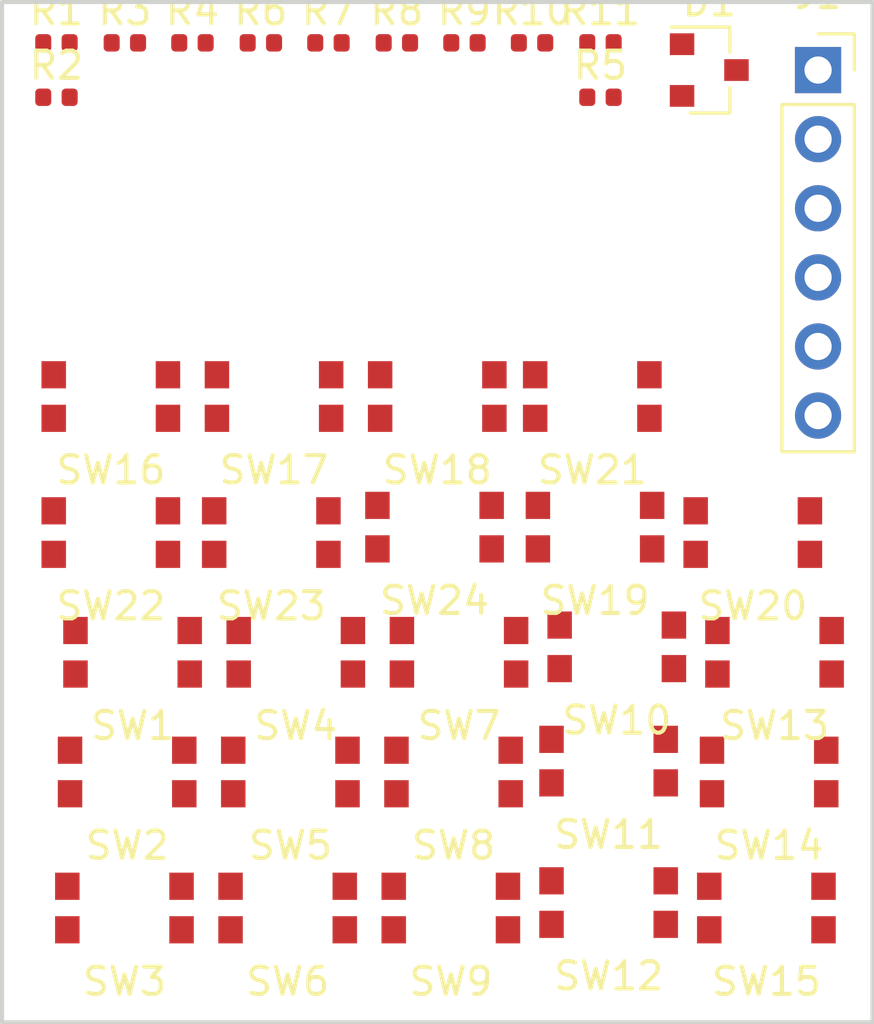
<source format=kicad_pcb>
(kicad_pcb (version 20171130) (host pcbnew 5.0.1)

  (general
    (thickness 1.6)
    (drawings 4)
    (tracks 0)
    (zones 0)
    (modules 37)
    (nets 17)
  )

  (page A4)
  (title_block
    (title "graphing calculator watch front panel (keypad)")
    (date 2019-02-10)
    (rev v0.1)
    (company madscientist.ninja)
    (comment 3 "All Rights Reserved")
    (comment 4 "Author: Vincent Banek")
  )

  (layers
    (0 F.Cu signal)
    (31 B.Cu signal)
    (32 B.Adhes user)
    (33 F.Adhes user)
    (34 B.Paste user)
    (35 F.Paste user)
    (36 B.SilkS user)
    (37 F.SilkS user hide)
    (38 B.Mask user)
    (39 F.Mask user)
    (40 Dwgs.User user)
    (41 Cmts.User user)
    (42 Eco1.User user)
    (43 Eco2.User user)
    (44 Edge.Cuts user)
    (45 Margin user)
    (46 B.CrtYd user)
    (47 F.CrtYd user)
    (48 B.Fab user)
    (49 F.Fab user hide)
  )

  (setup
    (last_trace_width 0.25)
    (trace_clearance 0.2)
    (zone_clearance 0.508)
    (zone_45_only no)
    (trace_min 0.2)
    (segment_width 0.2)
    (edge_width 0.15)
    (via_size 0.8)
    (via_drill 0.4)
    (via_min_size 0.4)
    (via_min_drill 0.3)
    (uvia_size 0.3)
    (uvia_drill 0.1)
    (uvias_allowed no)
    (uvia_min_size 0.2)
    (uvia_min_drill 0.1)
    (pcb_text_width 0.3)
    (pcb_text_size 1.5 1.5)
    (mod_edge_width 0.15)
    (mod_text_size 1 1)
    (mod_text_width 0.15)
    (pad_size 1.524 1.524)
    (pad_drill 0.762)
    (pad_to_mask_clearance 0.051)
    (solder_mask_min_width 0.25)
    (aux_axis_origin 0 0)
    (visible_elements FFFFFF7F)
    (pcbplotparams
      (layerselection 0x010fc_ffffffff)
      (usegerberextensions false)
      (usegerberattributes false)
      (usegerberadvancedattributes false)
      (creategerberjobfile false)
      (excludeedgelayer true)
      (linewidth 0.100000)
      (plotframeref false)
      (viasonmask false)
      (mode 1)
      (useauxorigin false)
      (hpglpennumber 1)
      (hpglpenspeed 20)
      (hpglpendiameter 15.000000)
      (psnegative false)
      (psa4output false)
      (plotreference true)
      (plotvalue true)
      (plotinvisibletext false)
      (padsonsilk false)
      (subtractmaskfromsilk false)
      (outputformat 1)
      (mirror false)
      (drillshape 1)
      (scaleselection 1)
      (outputdirectory ""))
  )

  (net 0 "")
  (net 1 "Net-(D1-Pad1)")
  (net 2 "Net-(D1-Pad2)")
  (net 3 GND)
  (net 4 "Net-(J1-Pad1)")
  (net 5 "Net-(J1-Pad2)")
  (net 6 "Net-(J1-Pad3)")
  (net 7 "Net-(J1-Pad4)")
  (net 8 "Net-(J1-Pad5)")
  (net 9 "Net-(R1-Pad2)")
  (net 10 "Net-(R3-Pad2)")
  (net 11 "Net-(R4-Pad2)")
  (net 12 "Net-(R6-Pad2)")
  (net 13 "Net-(R7-Pad2)")
  (net 14 "Net-(R8-Pad2)")
  (net 15 "Net-(R10-Pad1)")
  (net 16 "Net-(R10-Pad2)")

  (net_class Default "This is the default net class."
    (clearance 0.2)
    (trace_width 0.25)
    (via_dia 0.8)
    (via_drill 0.4)
    (uvia_dia 0.3)
    (uvia_drill 0.1)
    (add_net GND)
    (add_net "Net-(D1-Pad1)")
    (add_net "Net-(D1-Pad2)")
    (add_net "Net-(J1-Pad1)")
    (add_net "Net-(J1-Pad2)")
    (add_net "Net-(J1-Pad3)")
    (add_net "Net-(J1-Pad4)")
    (add_net "Net-(J1-Pad5)")
    (add_net "Net-(R1-Pad2)")
    (add_net "Net-(R10-Pad1)")
    (add_net "Net-(R10-Pad2)")
    (add_net "Net-(R3-Pad2)")
    (add_net "Net-(R4-Pad2)")
    (add_net "Net-(R6-Pad2)")
    (add_net "Net-(R7-Pad2)")
    (add_net "Net-(R8-Pad2)")
  )

  (module Package_TO_SOT_SMD:SOT-23 (layer F.Cu) (tedit 5A02FF57) (tstamp 5C6C63B3)
    (at 179 72)
    (descr "SOT-23, Standard")
    (tags SOT-23)
    (path /5C5BFD6F)
    (attr smd)
    (fp_text reference D1 (at 0 -2.5) (layer F.SilkS)
      (effects (font (size 1 1) (thickness 0.15)))
    )
    (fp_text value BAS70-05 (at 0 2.5) (layer F.Fab)
      (effects (font (size 1 1) (thickness 0.15)))
    )
    (fp_text user %R (at 0 0 90) (layer F.Fab)
      (effects (font (size 0.5 0.5) (thickness 0.075)))
    )
    (fp_line (start -0.7 -0.95) (end -0.7 1.5) (layer F.Fab) (width 0.1))
    (fp_line (start -0.15 -1.52) (end 0.7 -1.52) (layer F.Fab) (width 0.1))
    (fp_line (start -0.7 -0.95) (end -0.15 -1.52) (layer F.Fab) (width 0.1))
    (fp_line (start 0.7 -1.52) (end 0.7 1.52) (layer F.Fab) (width 0.1))
    (fp_line (start -0.7 1.52) (end 0.7 1.52) (layer F.Fab) (width 0.1))
    (fp_line (start 0.76 1.58) (end 0.76 0.65) (layer F.SilkS) (width 0.12))
    (fp_line (start 0.76 -1.58) (end 0.76 -0.65) (layer F.SilkS) (width 0.12))
    (fp_line (start -1.7 -1.75) (end 1.7 -1.75) (layer F.CrtYd) (width 0.05))
    (fp_line (start 1.7 -1.75) (end 1.7 1.75) (layer F.CrtYd) (width 0.05))
    (fp_line (start 1.7 1.75) (end -1.7 1.75) (layer F.CrtYd) (width 0.05))
    (fp_line (start -1.7 1.75) (end -1.7 -1.75) (layer F.CrtYd) (width 0.05))
    (fp_line (start 0.76 -1.58) (end -1.4 -1.58) (layer F.SilkS) (width 0.12))
    (fp_line (start 0.76 1.58) (end -0.7 1.58) (layer F.SilkS) (width 0.12))
    (pad 1 smd rect (at -1 -0.95) (size 0.9 0.8) (layers F.Cu F.Paste F.Mask)
      (net 1 "Net-(D1-Pad1)"))
    (pad 2 smd rect (at -1 0.95) (size 0.9 0.8) (layers F.Cu F.Paste F.Mask)
      (net 2 "Net-(D1-Pad2)"))
    (pad 3 smd rect (at 1 0) (size 0.9 0.8) (layers F.Cu F.Paste F.Mask)
      (net 3 GND))
    (model ${KISYS3DMOD}/Package_TO_SOT_SMD.3dshapes/SOT-23.wrl
      (at (xyz 0 0 0))
      (scale (xyz 1 1 1))
      (rotate (xyz 0 0 0))
    )
  )

  (module Connector_PinSocket_2.54mm:PinSocket_1x06_P2.54mm_Vertical (layer F.Cu) (tedit 5A19A430) (tstamp 5C6C63CD)
    (at 183 72)
    (descr "Through hole straight socket strip, 1x06, 2.54mm pitch, single row (from Kicad 4.0.7), script generated")
    (tags "Through hole socket strip THT 1x06 2.54mm single row")
    (path /5C65E964)
    (fp_text reference J1 (at 0 -2.77) (layer F.SilkS)
      (effects (font (size 1 1) (thickness 0.15)))
    )
    (fp_text value Conn_01x06_Female (at 0 15.47) (layer F.Fab)
      (effects (font (size 1 1) (thickness 0.15)))
    )
    (fp_line (start -1.27 -1.27) (end 0.635 -1.27) (layer F.Fab) (width 0.1))
    (fp_line (start 0.635 -1.27) (end 1.27 -0.635) (layer F.Fab) (width 0.1))
    (fp_line (start 1.27 -0.635) (end 1.27 13.97) (layer F.Fab) (width 0.1))
    (fp_line (start 1.27 13.97) (end -1.27 13.97) (layer F.Fab) (width 0.1))
    (fp_line (start -1.27 13.97) (end -1.27 -1.27) (layer F.Fab) (width 0.1))
    (fp_line (start -1.33 1.27) (end 1.33 1.27) (layer F.SilkS) (width 0.12))
    (fp_line (start -1.33 1.27) (end -1.33 14.03) (layer F.SilkS) (width 0.12))
    (fp_line (start -1.33 14.03) (end 1.33 14.03) (layer F.SilkS) (width 0.12))
    (fp_line (start 1.33 1.27) (end 1.33 14.03) (layer F.SilkS) (width 0.12))
    (fp_line (start 1.33 -1.33) (end 1.33 0) (layer F.SilkS) (width 0.12))
    (fp_line (start 0 -1.33) (end 1.33 -1.33) (layer F.SilkS) (width 0.12))
    (fp_line (start -1.8 -1.8) (end 1.75 -1.8) (layer F.CrtYd) (width 0.05))
    (fp_line (start 1.75 -1.8) (end 1.75 14.45) (layer F.CrtYd) (width 0.05))
    (fp_line (start 1.75 14.45) (end -1.8 14.45) (layer F.CrtYd) (width 0.05))
    (fp_line (start -1.8 14.45) (end -1.8 -1.8) (layer F.CrtYd) (width 0.05))
    (fp_text user %R (at 0 6.35 90) (layer F.Fab)
      (effects (font (size 1 1) (thickness 0.15)))
    )
    (pad 1 thru_hole rect (at 0 0) (size 1.7 1.7) (drill 1) (layers *.Cu *.Mask)
      (net 4 "Net-(J1-Pad1)"))
    (pad 2 thru_hole oval (at 0 2.54) (size 1.7 1.7) (drill 1) (layers *.Cu *.Mask)
      (net 5 "Net-(J1-Pad2)"))
    (pad 3 thru_hole oval (at 0 5.08) (size 1.7 1.7) (drill 1) (layers *.Cu *.Mask)
      (net 6 "Net-(J1-Pad3)"))
    (pad 4 thru_hole oval (at 0 7.62) (size 1.7 1.7) (drill 1) (layers *.Cu *.Mask)
      (net 7 "Net-(J1-Pad4)"))
    (pad 5 thru_hole oval (at 0 10.16) (size 1.7 1.7) (drill 1) (layers *.Cu *.Mask)
      (net 8 "Net-(J1-Pad5)"))
    (pad 6 thru_hole oval (at 0 12.7) (size 1.7 1.7) (drill 1) (layers *.Cu *.Mask)
      (net 3 GND))
    (model ${KISYS3DMOD}/Connector_PinSocket_2.54mm.3dshapes/PinSocket_1x06_P2.54mm_Vertical.wrl
      (at (xyz 0 0 0))
      (scale (xyz 1 1 1))
      (rotate (xyz 0 0 0))
    )
  )

  (module Resistor_SMD:R_0402_1005Metric (layer F.Cu) (tedit 5B301BBD) (tstamp 5C6C63DC)
    (at 155 71)
    (descr "Resistor SMD 0402 (1005 Metric), square (rectangular) end terminal, IPC_7351 nominal, (Body size source: http://www.tortai-tech.com/upload/download/2011102023233369053.pdf), generated with kicad-footprint-generator")
    (tags resistor)
    (path /5C5BED21)
    (attr smd)
    (fp_text reference R1 (at 0 -1.17) (layer F.SilkS)
      (effects (font (size 1 1) (thickness 0.15)))
    )
    (fp_text value 100 (at 0 1.17) (layer F.Fab)
      (effects (font (size 1 1) (thickness 0.15)))
    )
    (fp_line (start -0.5 0.25) (end -0.5 -0.25) (layer F.Fab) (width 0.1))
    (fp_line (start -0.5 -0.25) (end 0.5 -0.25) (layer F.Fab) (width 0.1))
    (fp_line (start 0.5 -0.25) (end 0.5 0.25) (layer F.Fab) (width 0.1))
    (fp_line (start 0.5 0.25) (end -0.5 0.25) (layer F.Fab) (width 0.1))
    (fp_line (start -0.93 0.47) (end -0.93 -0.47) (layer F.CrtYd) (width 0.05))
    (fp_line (start -0.93 -0.47) (end 0.93 -0.47) (layer F.CrtYd) (width 0.05))
    (fp_line (start 0.93 -0.47) (end 0.93 0.47) (layer F.CrtYd) (width 0.05))
    (fp_line (start 0.93 0.47) (end -0.93 0.47) (layer F.CrtYd) (width 0.05))
    (fp_text user %R (at 0 0) (layer F.Fab)
      (effects (font (size 0.25 0.25) (thickness 0.04)))
    )
    (pad 1 smd roundrect (at -0.485 0) (size 0.59 0.64) (layers F.Cu F.Paste F.Mask) (roundrect_rratio 0.25)
      (net 8 "Net-(J1-Pad5)"))
    (pad 2 smd roundrect (at 0.485 0) (size 0.59 0.64) (layers F.Cu F.Paste F.Mask) (roundrect_rratio 0.25)
      (net 9 "Net-(R1-Pad2)"))
    (model ${KISYS3DMOD}/Resistor_SMD.3dshapes/R_0402_1005Metric.wrl
      (at (xyz 0 0 0))
      (scale (xyz 1 1 1))
      (rotate (xyz 0 0 0))
    )
  )

  (module Resistor_SMD:R_0402_1005Metric (layer F.Cu) (tedit 5B301BBD) (tstamp 5C6C63EB)
    (at 155 73)
    (descr "Resistor SMD 0402 (1005 Metric), square (rectangular) end terminal, IPC_7351 nominal, (Body size source: http://www.tortai-tech.com/upload/download/2011102023233369053.pdf), generated with kicad-footprint-generator")
    (tags resistor)
    (path /5C5BECEF)
    (attr smd)
    (fp_text reference R2 (at 0 -1.17) (layer F.SilkS)
      (effects (font (size 1 1) (thickness 0.15)))
    )
    (fp_text value 100 (at 0 1.17) (layer F.Fab)
      (effects (font (size 1 1) (thickness 0.15)))
    )
    (fp_line (start -0.5 0.25) (end -0.5 -0.25) (layer F.Fab) (width 0.1))
    (fp_line (start -0.5 -0.25) (end 0.5 -0.25) (layer F.Fab) (width 0.1))
    (fp_line (start 0.5 -0.25) (end 0.5 0.25) (layer F.Fab) (width 0.1))
    (fp_line (start 0.5 0.25) (end -0.5 0.25) (layer F.Fab) (width 0.1))
    (fp_line (start -0.93 0.47) (end -0.93 -0.47) (layer F.CrtYd) (width 0.05))
    (fp_line (start -0.93 -0.47) (end 0.93 -0.47) (layer F.CrtYd) (width 0.05))
    (fp_line (start 0.93 -0.47) (end 0.93 0.47) (layer F.CrtYd) (width 0.05))
    (fp_line (start 0.93 0.47) (end -0.93 0.47) (layer F.CrtYd) (width 0.05))
    (fp_text user %R (at 0 0) (layer F.Fab)
      (effects (font (size 0.25 0.25) (thickness 0.04)))
    )
    (pad 1 smd roundrect (at -0.485 0) (size 0.59 0.64) (layers F.Cu F.Paste F.Mask) (roundrect_rratio 0.25)
      (net 8 "Net-(J1-Pad5)"))
    (pad 2 smd roundrect (at 0.485 0) (size 0.59 0.64) (layers F.Cu F.Paste F.Mask) (roundrect_rratio 0.25)
      (net 1 "Net-(D1-Pad1)"))
    (model ${KISYS3DMOD}/Resistor_SMD.3dshapes/R_0402_1005Metric.wrl
      (at (xyz 0 0 0))
      (scale (xyz 1 1 1))
      (rotate (xyz 0 0 0))
    )
  )

  (module Resistor_SMD:R_0402_1005Metric (layer F.Cu) (tedit 5B301BBD) (tstamp 5C6C63FA)
    (at 157.515 71)
    (descr "Resistor SMD 0402 (1005 Metric), square (rectangular) end terminal, IPC_7351 nominal, (Body size source: http://www.tortai-tech.com/upload/download/2011102023233369053.pdf), generated with kicad-footprint-generator")
    (tags resistor)
    (path /5C5BED66)
    (attr smd)
    (fp_text reference R3 (at 0 -1.17) (layer F.SilkS)
      (effects (font (size 1 1) (thickness 0.15)))
    )
    (fp_text value 100 (at 0 1.17) (layer F.Fab)
      (effects (font (size 1 1) (thickness 0.15)))
    )
    (fp_text user %R (at 0 0) (layer F.Fab)
      (effects (font (size 0.25 0.25) (thickness 0.04)))
    )
    (fp_line (start 0.93 0.47) (end -0.93 0.47) (layer F.CrtYd) (width 0.05))
    (fp_line (start 0.93 -0.47) (end 0.93 0.47) (layer F.CrtYd) (width 0.05))
    (fp_line (start -0.93 -0.47) (end 0.93 -0.47) (layer F.CrtYd) (width 0.05))
    (fp_line (start -0.93 0.47) (end -0.93 -0.47) (layer F.CrtYd) (width 0.05))
    (fp_line (start 0.5 0.25) (end -0.5 0.25) (layer F.Fab) (width 0.1))
    (fp_line (start 0.5 -0.25) (end 0.5 0.25) (layer F.Fab) (width 0.1))
    (fp_line (start -0.5 -0.25) (end 0.5 -0.25) (layer F.Fab) (width 0.1))
    (fp_line (start -0.5 0.25) (end -0.5 -0.25) (layer F.Fab) (width 0.1))
    (pad 2 smd roundrect (at 0.485 0) (size 0.59 0.64) (layers F.Cu F.Paste F.Mask) (roundrect_rratio 0.25)
      (net 10 "Net-(R3-Pad2)"))
    (pad 1 smd roundrect (at -0.485 0) (size 0.59 0.64) (layers F.Cu F.Paste F.Mask) (roundrect_rratio 0.25)
      (net 9 "Net-(R1-Pad2)"))
    (model ${KISYS3DMOD}/Resistor_SMD.3dshapes/R_0402_1005Metric.wrl
      (at (xyz 0 0 0))
      (scale (xyz 1 1 1))
      (rotate (xyz 0 0 0))
    )
  )

  (module Resistor_SMD:R_0402_1005Metric (layer F.Cu) (tedit 5B301BBD) (tstamp 5C6C6409)
    (at 160 71)
    (descr "Resistor SMD 0402 (1005 Metric), square (rectangular) end terminal, IPC_7351 nominal, (Body size source: http://www.tortai-tech.com/upload/download/2011102023233369053.pdf), generated with kicad-footprint-generator")
    (tags resistor)
    (path /5C5BED4D)
    (attr smd)
    (fp_text reference R4 (at 0 -1.17) (layer F.SilkS)
      (effects (font (size 1 1) (thickness 0.15)))
    )
    (fp_text value 100 (at 0 1.17) (layer F.Fab)
      (effects (font (size 1 1) (thickness 0.15)))
    )
    (fp_line (start -0.5 0.25) (end -0.5 -0.25) (layer F.Fab) (width 0.1))
    (fp_line (start -0.5 -0.25) (end 0.5 -0.25) (layer F.Fab) (width 0.1))
    (fp_line (start 0.5 -0.25) (end 0.5 0.25) (layer F.Fab) (width 0.1))
    (fp_line (start 0.5 0.25) (end -0.5 0.25) (layer F.Fab) (width 0.1))
    (fp_line (start -0.93 0.47) (end -0.93 -0.47) (layer F.CrtYd) (width 0.05))
    (fp_line (start -0.93 -0.47) (end 0.93 -0.47) (layer F.CrtYd) (width 0.05))
    (fp_line (start 0.93 -0.47) (end 0.93 0.47) (layer F.CrtYd) (width 0.05))
    (fp_line (start 0.93 0.47) (end -0.93 0.47) (layer F.CrtYd) (width 0.05))
    (fp_text user %R (at 0 0) (layer F.Fab)
      (effects (font (size 0.25 0.25) (thickness 0.04)))
    )
    (pad 1 smd roundrect (at -0.485 0) (size 0.59 0.64) (layers F.Cu F.Paste F.Mask) (roundrect_rratio 0.25)
      (net 10 "Net-(R3-Pad2)"))
    (pad 2 smd roundrect (at 0.485 0) (size 0.59 0.64) (layers F.Cu F.Paste F.Mask) (roundrect_rratio 0.25)
      (net 11 "Net-(R4-Pad2)"))
    (model ${KISYS3DMOD}/Resistor_SMD.3dshapes/R_0402_1005Metric.wrl
      (at (xyz 0 0 0))
      (scale (xyz 1 1 1))
      (rotate (xyz 0 0 0))
    )
  )

  (module Resistor_SMD:R_0402_1005Metric (layer F.Cu) (tedit 5B301BBD) (tstamp 5C6C6418)
    (at 175 73)
    (descr "Resistor SMD 0402 (1005 Metric), square (rectangular) end terminal, IPC_7351 nominal, (Body size source: http://www.tortai-tech.com/upload/download/2011102023233369053.pdf), generated with kicad-footprint-generator")
    (tags resistor)
    (path /5C5BED9E)
    (attr smd)
    (fp_text reference R5 (at 0 -1.17) (layer F.SilkS)
      (effects (font (size 1 1) (thickness 0.15)))
    )
    (fp_text value 100 (at 0 1.17) (layer F.Fab)
      (effects (font (size 1 1) (thickness 0.15)))
    )
    (fp_text user %R (at 0 0) (layer F.Fab)
      (effects (font (size 0.25 0.25) (thickness 0.04)))
    )
    (fp_line (start 0.93 0.47) (end -0.93 0.47) (layer F.CrtYd) (width 0.05))
    (fp_line (start 0.93 -0.47) (end 0.93 0.47) (layer F.CrtYd) (width 0.05))
    (fp_line (start -0.93 -0.47) (end 0.93 -0.47) (layer F.CrtYd) (width 0.05))
    (fp_line (start -0.93 0.47) (end -0.93 -0.47) (layer F.CrtYd) (width 0.05))
    (fp_line (start 0.5 0.25) (end -0.5 0.25) (layer F.Fab) (width 0.1))
    (fp_line (start 0.5 -0.25) (end 0.5 0.25) (layer F.Fab) (width 0.1))
    (fp_line (start -0.5 -0.25) (end 0.5 -0.25) (layer F.Fab) (width 0.1))
    (fp_line (start -0.5 0.25) (end -0.5 -0.25) (layer F.Fab) (width 0.1))
    (pad 2 smd roundrect (at 0.485 0) (size 0.59 0.64) (layers F.Cu F.Paste F.Mask) (roundrect_rratio 0.25)
      (net 7 "Net-(J1-Pad4)"))
    (pad 1 smd roundrect (at -0.485 0) (size 0.59 0.64) (layers F.Cu F.Paste F.Mask) (roundrect_rratio 0.25)
      (net 2 "Net-(D1-Pad2)"))
    (model ${KISYS3DMOD}/Resistor_SMD.3dshapes/R_0402_1005Metric.wrl
      (at (xyz 0 0 0))
      (scale (xyz 1 1 1))
      (rotate (xyz 0 0 0))
    )
  )

  (module Resistor_SMD:R_0402_1005Metric (layer F.Cu) (tedit 5B301BBD) (tstamp 5C6C6427)
    (at 162.515 71)
    (descr "Resistor SMD 0402 (1005 Metric), square (rectangular) end terminal, IPC_7351 nominal, (Body size source: http://www.tortai-tech.com/upload/download/2011102023233369053.pdf), generated with kicad-footprint-generator")
    (tags resistor)
    (path /5C5BED36)
    (attr smd)
    (fp_text reference R6 (at 0 -1.17) (layer F.SilkS)
      (effects (font (size 1 1) (thickness 0.15)))
    )
    (fp_text value 100 (at 0 1.17) (layer F.Fab)
      (effects (font (size 1 1) (thickness 0.15)))
    )
    (fp_text user %R (at 0 0) (layer F.Fab)
      (effects (font (size 0.25 0.25) (thickness 0.04)))
    )
    (fp_line (start 0.93 0.47) (end -0.93 0.47) (layer F.CrtYd) (width 0.05))
    (fp_line (start 0.93 -0.47) (end 0.93 0.47) (layer F.CrtYd) (width 0.05))
    (fp_line (start -0.93 -0.47) (end 0.93 -0.47) (layer F.CrtYd) (width 0.05))
    (fp_line (start -0.93 0.47) (end -0.93 -0.47) (layer F.CrtYd) (width 0.05))
    (fp_line (start 0.5 0.25) (end -0.5 0.25) (layer F.Fab) (width 0.1))
    (fp_line (start 0.5 -0.25) (end 0.5 0.25) (layer F.Fab) (width 0.1))
    (fp_line (start -0.5 -0.25) (end 0.5 -0.25) (layer F.Fab) (width 0.1))
    (fp_line (start -0.5 0.25) (end -0.5 -0.25) (layer F.Fab) (width 0.1))
    (pad 2 smd roundrect (at 0.485 0) (size 0.59 0.64) (layers F.Cu F.Paste F.Mask) (roundrect_rratio 0.25)
      (net 12 "Net-(R6-Pad2)"))
    (pad 1 smd roundrect (at -0.485 0) (size 0.59 0.64) (layers F.Cu F.Paste F.Mask) (roundrect_rratio 0.25)
      (net 11 "Net-(R4-Pad2)"))
    (model ${KISYS3DMOD}/Resistor_SMD.3dshapes/R_0402_1005Metric.wrl
      (at (xyz 0 0 0))
      (scale (xyz 1 1 1))
      (rotate (xyz 0 0 0))
    )
  )

  (module Resistor_SMD:R_0402_1005Metric (layer F.Cu) (tedit 5B301BBD) (tstamp 5C6C6436)
    (at 165 71)
    (descr "Resistor SMD 0402 (1005 Metric), square (rectangular) end terminal, IPC_7351 nominal, (Body size source: http://www.tortai-tech.com/upload/download/2011102023233369053.pdf), generated with kicad-footprint-generator")
    (tags resistor)
    (path /5C5BD0E6)
    (attr smd)
    (fp_text reference R7 (at 0 -1.17) (layer F.SilkS)
      (effects (font (size 1 1) (thickness 0.15)))
    )
    (fp_text value 100 (at 0 1.17) (layer F.Fab)
      (effects (font (size 1 1) (thickness 0.15)))
    )
    (fp_line (start -0.5 0.25) (end -0.5 -0.25) (layer F.Fab) (width 0.1))
    (fp_line (start -0.5 -0.25) (end 0.5 -0.25) (layer F.Fab) (width 0.1))
    (fp_line (start 0.5 -0.25) (end 0.5 0.25) (layer F.Fab) (width 0.1))
    (fp_line (start 0.5 0.25) (end -0.5 0.25) (layer F.Fab) (width 0.1))
    (fp_line (start -0.93 0.47) (end -0.93 -0.47) (layer F.CrtYd) (width 0.05))
    (fp_line (start -0.93 -0.47) (end 0.93 -0.47) (layer F.CrtYd) (width 0.05))
    (fp_line (start 0.93 -0.47) (end 0.93 0.47) (layer F.CrtYd) (width 0.05))
    (fp_line (start 0.93 0.47) (end -0.93 0.47) (layer F.CrtYd) (width 0.05))
    (fp_text user %R (at 0 0) (layer F.Fab)
      (effects (font (size 0.25 0.25) (thickness 0.04)))
    )
    (pad 1 smd roundrect (at -0.485 0) (size 0.59 0.64) (layers F.Cu F.Paste F.Mask) (roundrect_rratio 0.25)
      (net 12 "Net-(R6-Pad2)"))
    (pad 2 smd roundrect (at 0.485 0) (size 0.59 0.64) (layers F.Cu F.Paste F.Mask) (roundrect_rratio 0.25)
      (net 13 "Net-(R7-Pad2)"))
    (model ${KISYS3DMOD}/Resistor_SMD.3dshapes/R_0402_1005Metric.wrl
      (at (xyz 0 0 0))
      (scale (xyz 1 1 1))
      (rotate (xyz 0 0 0))
    )
  )

  (module Resistor_SMD:R_0402_1005Metric (layer F.Cu) (tedit 5B301BBD) (tstamp 5C6C6445)
    (at 167.515 71)
    (descr "Resistor SMD 0402 (1005 Metric), square (rectangular) end terminal, IPC_7351 nominal, (Body size source: http://www.tortai-tech.com/upload/download/2011102023233369053.pdf), generated with kicad-footprint-generator")
    (tags resistor)
    (path /5C5BECD3)
    (attr smd)
    (fp_text reference R8 (at 0 -1.17) (layer F.SilkS)
      (effects (font (size 1 1) (thickness 0.15)))
    )
    (fp_text value 100 (at 0 1.17) (layer F.Fab)
      (effects (font (size 1 1) (thickness 0.15)))
    )
    (fp_line (start -0.5 0.25) (end -0.5 -0.25) (layer F.Fab) (width 0.1))
    (fp_line (start -0.5 -0.25) (end 0.5 -0.25) (layer F.Fab) (width 0.1))
    (fp_line (start 0.5 -0.25) (end 0.5 0.25) (layer F.Fab) (width 0.1))
    (fp_line (start 0.5 0.25) (end -0.5 0.25) (layer F.Fab) (width 0.1))
    (fp_line (start -0.93 0.47) (end -0.93 -0.47) (layer F.CrtYd) (width 0.05))
    (fp_line (start -0.93 -0.47) (end 0.93 -0.47) (layer F.CrtYd) (width 0.05))
    (fp_line (start 0.93 -0.47) (end 0.93 0.47) (layer F.CrtYd) (width 0.05))
    (fp_line (start 0.93 0.47) (end -0.93 0.47) (layer F.CrtYd) (width 0.05))
    (fp_text user %R (at 0 0) (layer F.Fab)
      (effects (font (size 0.25 0.25) (thickness 0.04)))
    )
    (pad 1 smd roundrect (at -0.485 0) (size 0.59 0.64) (layers F.Cu F.Paste F.Mask) (roundrect_rratio 0.25)
      (net 13 "Net-(R7-Pad2)"))
    (pad 2 smd roundrect (at 0.485 0) (size 0.59 0.64) (layers F.Cu F.Paste F.Mask) (roundrect_rratio 0.25)
      (net 14 "Net-(R8-Pad2)"))
    (model ${KISYS3DMOD}/Resistor_SMD.3dshapes/R_0402_1005Metric.wrl
      (at (xyz 0 0 0))
      (scale (xyz 1 1 1))
      (rotate (xyz 0 0 0))
    )
  )

  (module Resistor_SMD:R_0402_1005Metric (layer F.Cu) (tedit 5B301BBD) (tstamp 5C6C6454)
    (at 170 71)
    (descr "Resistor SMD 0402 (1005 Metric), square (rectangular) end terminal, IPC_7351 nominal, (Body size source: http://www.tortai-tech.com/upload/download/2011102023233369053.pdf), generated with kicad-footprint-generator")
    (tags resistor)
    (path /5C5BED00)
    (attr smd)
    (fp_text reference R9 (at 0 -1.17) (layer F.SilkS)
      (effects (font (size 1 1) (thickness 0.15)))
    )
    (fp_text value 100 (at 0 1.17) (layer F.Fab)
      (effects (font (size 1 1) (thickness 0.15)))
    )
    (fp_text user %R (at 0 0) (layer F.Fab)
      (effects (font (size 0.25 0.25) (thickness 0.04)))
    )
    (fp_line (start 0.93 0.47) (end -0.93 0.47) (layer F.CrtYd) (width 0.05))
    (fp_line (start 0.93 -0.47) (end 0.93 0.47) (layer F.CrtYd) (width 0.05))
    (fp_line (start -0.93 -0.47) (end 0.93 -0.47) (layer F.CrtYd) (width 0.05))
    (fp_line (start -0.93 0.47) (end -0.93 -0.47) (layer F.CrtYd) (width 0.05))
    (fp_line (start 0.5 0.25) (end -0.5 0.25) (layer F.Fab) (width 0.1))
    (fp_line (start 0.5 -0.25) (end 0.5 0.25) (layer F.Fab) (width 0.1))
    (fp_line (start -0.5 -0.25) (end 0.5 -0.25) (layer F.Fab) (width 0.1))
    (fp_line (start -0.5 0.25) (end -0.5 -0.25) (layer F.Fab) (width 0.1))
    (pad 2 smd roundrect (at 0.485 0) (size 0.59 0.64) (layers F.Cu F.Paste F.Mask) (roundrect_rratio 0.25)
      (net 15 "Net-(R10-Pad1)"))
    (pad 1 smd roundrect (at -0.485 0) (size 0.59 0.64) (layers F.Cu F.Paste F.Mask) (roundrect_rratio 0.25)
      (net 14 "Net-(R8-Pad2)"))
    (model ${KISYS3DMOD}/Resistor_SMD.3dshapes/R_0402_1005Metric.wrl
      (at (xyz 0 0 0))
      (scale (xyz 1 1 1))
      (rotate (xyz 0 0 0))
    )
  )

  (module Resistor_SMD:R_0402_1005Metric (layer F.Cu) (tedit 5B301BBD) (tstamp 5C6C6463)
    (at 172.485 71)
    (descr "Resistor SMD 0402 (1005 Metric), square (rectangular) end terminal, IPC_7351 nominal, (Body size source: http://www.tortai-tech.com/upload/download/2011102023233369053.pdf), generated with kicad-footprint-generator")
    (tags resistor)
    (path /5C5BECE0)
    (attr smd)
    (fp_text reference R10 (at 0 -1.17) (layer F.SilkS)
      (effects (font (size 1 1) (thickness 0.15)))
    )
    (fp_text value 100 (at 0 1.17) (layer F.Fab)
      (effects (font (size 1 1) (thickness 0.15)))
    )
    (fp_text user %R (at 0 0) (layer F.Fab)
      (effects (font (size 0.25 0.25) (thickness 0.04)))
    )
    (fp_line (start 0.93 0.47) (end -0.93 0.47) (layer F.CrtYd) (width 0.05))
    (fp_line (start 0.93 -0.47) (end 0.93 0.47) (layer F.CrtYd) (width 0.05))
    (fp_line (start -0.93 -0.47) (end 0.93 -0.47) (layer F.CrtYd) (width 0.05))
    (fp_line (start -0.93 0.47) (end -0.93 -0.47) (layer F.CrtYd) (width 0.05))
    (fp_line (start 0.5 0.25) (end -0.5 0.25) (layer F.Fab) (width 0.1))
    (fp_line (start 0.5 -0.25) (end 0.5 0.25) (layer F.Fab) (width 0.1))
    (fp_line (start -0.5 -0.25) (end 0.5 -0.25) (layer F.Fab) (width 0.1))
    (fp_line (start -0.5 0.25) (end -0.5 -0.25) (layer F.Fab) (width 0.1))
    (pad 2 smd roundrect (at 0.485 0) (size 0.59 0.64) (layers F.Cu F.Paste F.Mask) (roundrect_rratio 0.25)
      (net 16 "Net-(R10-Pad2)"))
    (pad 1 smd roundrect (at -0.485 0) (size 0.59 0.64) (layers F.Cu F.Paste F.Mask) (roundrect_rratio 0.25)
      (net 15 "Net-(R10-Pad1)"))
    (model ${KISYS3DMOD}/Resistor_SMD.3dshapes/R_0402_1005Metric.wrl
      (at (xyz 0 0 0))
      (scale (xyz 1 1 1))
      (rotate (xyz 0 0 0))
    )
  )

  (module Resistor_SMD:R_0402_1005Metric (layer F.Cu) (tedit 5B301BBD) (tstamp 5C6C6472)
    (at 175 71)
    (descr "Resistor SMD 0402 (1005 Metric), square (rectangular) end terminal, IPC_7351 nominal, (Body size source: http://www.tortai-tech.com/upload/download/2011102023233369053.pdf), generated with kicad-footprint-generator")
    (tags resistor)
    (path /5C5BED81)
    (attr smd)
    (fp_text reference R11 (at 0 -1.17) (layer F.SilkS)
      (effects (font (size 1 1) (thickness 0.15)))
    )
    (fp_text value 100 (at 0 1.17) (layer F.Fab)
      (effects (font (size 1 1) (thickness 0.15)))
    )
    (fp_line (start -0.5 0.25) (end -0.5 -0.25) (layer F.Fab) (width 0.1))
    (fp_line (start -0.5 -0.25) (end 0.5 -0.25) (layer F.Fab) (width 0.1))
    (fp_line (start 0.5 -0.25) (end 0.5 0.25) (layer F.Fab) (width 0.1))
    (fp_line (start 0.5 0.25) (end -0.5 0.25) (layer F.Fab) (width 0.1))
    (fp_line (start -0.93 0.47) (end -0.93 -0.47) (layer F.CrtYd) (width 0.05))
    (fp_line (start -0.93 -0.47) (end 0.93 -0.47) (layer F.CrtYd) (width 0.05))
    (fp_line (start 0.93 -0.47) (end 0.93 0.47) (layer F.CrtYd) (width 0.05))
    (fp_line (start 0.93 0.47) (end -0.93 0.47) (layer F.CrtYd) (width 0.05))
    (fp_text user %R (at 0 0) (layer F.Fab)
      (effects (font (size 0.25 0.25) (thickness 0.04)))
    )
    (pad 1 smd roundrect (at -0.485 0) (size 0.59 0.64) (layers F.Cu F.Paste F.Mask) (roundrect_rratio 0.25)
      (net 16 "Net-(R10-Pad2)"))
    (pad 2 smd roundrect (at 0.485 0) (size 0.59 0.64) (layers F.Cu F.Paste F.Mask) (roundrect_rratio 0.25)
      (net 7 "Net-(J1-Pad4)"))
    (model ${KISYS3DMOD}/Resistor_SMD.3dshapes/R_0402_1005Metric.wrl
      (at (xyz 0 0 0))
      (scale (xyz 1 1 1))
      (rotate (xyz 0 0 0))
    )
  )

  (module Button_Switch_SMD:KMR621NG (layer F.Cu) (tedit 5C5BA1FA) (tstamp 5C6C647E)
    (at 157.8 93.4)
    (path /5C5F3083)
    (fp_text reference SW1 (at 0 2.7) (layer F.SilkS)
      (effects (font (size 1 1) (thickness 0.15)))
    )
    (fp_text value SW_Push (at 0 -2.3) (layer F.Fab)
      (effects (font (size 1 1) (thickness 0.15)))
    )
    (fp_line (start 2.3 -1.4) (end 2.3 1.4) (layer F.Fab) (width 0.05))
    (fp_line (start -2.3 -1.4) (end -2.3 1.4) (layer F.Fab) (width 0.05))
    (fp_line (start -2.3 1.4) (end 2.3 1.4) (layer F.Fab) (width 0.05))
    (fp_line (start -2.3 -1.4) (end 2.3 -1.4) (layer F.Fab) (width 0.05))
    (pad 3 smd rect (at -2.1 0.8) (size 0.9 1) (layers F.Cu F.Paste F.Mask))
    (pad 4 smd rect (at -2.1 -0.8) (size 0.9 1) (layers F.Cu F.Paste F.Mask))
    (pad 2 smd rect (at 2.1 -0.8) (size 0.9 1) (layers F.Cu F.Paste F.Mask)
      (net 9 "Net-(R1-Pad2)"))
    (pad 1 smd rect (at 2.1 0.8) (size 0.9 1) (layers F.Cu F.Paste F.Mask)
      (net 4 "Net-(J1-Pad1)"))
  )

  (module Button_Switch_SMD:KMR621NG (layer F.Cu) (tedit 5C5BA1FA) (tstamp 5C6C648A)
    (at 157.6 97.8)
    (path /5C5F2B45)
    (fp_text reference SW2 (at 0 2.7) (layer F.SilkS)
      (effects (font (size 1 1) (thickness 0.15)))
    )
    (fp_text value SW_Push (at 0 -2.3) (layer F.Fab)
      (effects (font (size 1 1) (thickness 0.15)))
    )
    (fp_line (start -2.3 -1.4) (end 2.3 -1.4) (layer F.Fab) (width 0.05))
    (fp_line (start -2.3 1.4) (end 2.3 1.4) (layer F.Fab) (width 0.05))
    (fp_line (start -2.3 -1.4) (end -2.3 1.4) (layer F.Fab) (width 0.05))
    (fp_line (start 2.3 -1.4) (end 2.3 1.4) (layer F.Fab) (width 0.05))
    (pad 1 smd rect (at 2.1 0.8) (size 0.9 1) (layers F.Cu F.Paste F.Mask)
      (net 5 "Net-(J1-Pad2)"))
    (pad 2 smd rect (at 2.1 -0.8) (size 0.9 1) (layers F.Cu F.Paste F.Mask)
      (net 9 "Net-(R1-Pad2)"))
    (pad 4 smd rect (at -2.1 -0.8) (size 0.9 1) (layers F.Cu F.Paste F.Mask))
    (pad 3 smd rect (at -2.1 0.8) (size 0.9 1) (layers F.Cu F.Paste F.Mask))
  )

  (module Button_Switch_SMD:KMR621NG (layer F.Cu) (tedit 5C5BA1FA) (tstamp 5C6C6496)
    (at 157.5 102.8)
    (path /5C5F2849)
    (fp_text reference SW3 (at 0 2.7) (layer F.SilkS)
      (effects (font (size 1 1) (thickness 0.15)))
    )
    (fp_text value SW_Push (at 0 -2.3) (layer F.Fab)
      (effects (font (size 1 1) (thickness 0.15)))
    )
    (fp_line (start 2.3 -1.4) (end 2.3 1.4) (layer F.Fab) (width 0.05))
    (fp_line (start -2.3 -1.4) (end -2.3 1.4) (layer F.Fab) (width 0.05))
    (fp_line (start -2.3 1.4) (end 2.3 1.4) (layer F.Fab) (width 0.05))
    (fp_line (start -2.3 -1.4) (end 2.3 -1.4) (layer F.Fab) (width 0.05))
    (pad 3 smd rect (at -2.1 0.8) (size 0.9 1) (layers F.Cu F.Paste F.Mask))
    (pad 4 smd rect (at -2.1 -0.8) (size 0.9 1) (layers F.Cu F.Paste F.Mask))
    (pad 2 smd rect (at 2.1 -0.8) (size 0.9 1) (layers F.Cu F.Paste F.Mask)
      (net 9 "Net-(R1-Pad2)"))
    (pad 1 smd rect (at 2.1 0.8) (size 0.9 1) (layers F.Cu F.Paste F.Mask)
      (net 6 "Net-(J1-Pad3)"))
  )

  (module Button_Switch_SMD:KMR621NG (layer F.Cu) (tedit 5C5BA1FA) (tstamp 5C6C64A2)
    (at 163.8 93.4)
    (path /5C5F308A)
    (fp_text reference SW4 (at 0 2.7) (layer F.SilkS)
      (effects (font (size 1 1) (thickness 0.15)))
    )
    (fp_text value SW_Push (at 0 -2.3) (layer F.Fab)
      (effects (font (size 1 1) (thickness 0.15)))
    )
    (fp_line (start -2.3 -1.4) (end 2.3 -1.4) (layer F.Fab) (width 0.05))
    (fp_line (start -2.3 1.4) (end 2.3 1.4) (layer F.Fab) (width 0.05))
    (fp_line (start -2.3 -1.4) (end -2.3 1.4) (layer F.Fab) (width 0.05))
    (fp_line (start 2.3 -1.4) (end 2.3 1.4) (layer F.Fab) (width 0.05))
    (pad 1 smd rect (at 2.1 0.8) (size 0.9 1) (layers F.Cu F.Paste F.Mask)
      (net 4 "Net-(J1-Pad1)"))
    (pad 2 smd rect (at 2.1 -0.8) (size 0.9 1) (layers F.Cu F.Paste F.Mask)
      (net 10 "Net-(R3-Pad2)"))
    (pad 4 smd rect (at -2.1 -0.8) (size 0.9 1) (layers F.Cu F.Paste F.Mask))
    (pad 3 smd rect (at -2.1 0.8) (size 0.9 1) (layers F.Cu F.Paste F.Mask))
  )

  (module Button_Switch_SMD:KMR621NG (layer F.Cu) (tedit 5C5BA1FA) (tstamp 5C6C64AE)
    (at 163.6 97.8)
    (path /5C5F2B4C)
    (fp_text reference SW5 (at 0 2.7) (layer F.SilkS)
      (effects (font (size 1 1) (thickness 0.15)))
    )
    (fp_text value SW_Push (at 0 -2.3) (layer F.Fab)
      (effects (font (size 1 1) (thickness 0.15)))
    )
    (fp_line (start 2.3 -1.4) (end 2.3 1.4) (layer F.Fab) (width 0.05))
    (fp_line (start -2.3 -1.4) (end -2.3 1.4) (layer F.Fab) (width 0.05))
    (fp_line (start -2.3 1.4) (end 2.3 1.4) (layer F.Fab) (width 0.05))
    (fp_line (start -2.3 -1.4) (end 2.3 -1.4) (layer F.Fab) (width 0.05))
    (pad 3 smd rect (at -2.1 0.8) (size 0.9 1) (layers F.Cu F.Paste F.Mask))
    (pad 4 smd rect (at -2.1 -0.8) (size 0.9 1) (layers F.Cu F.Paste F.Mask))
    (pad 2 smd rect (at 2.1 -0.8) (size 0.9 1) (layers F.Cu F.Paste F.Mask)
      (net 10 "Net-(R3-Pad2)"))
    (pad 1 smd rect (at 2.1 0.8) (size 0.9 1) (layers F.Cu F.Paste F.Mask)
      (net 5 "Net-(J1-Pad2)"))
  )

  (module Button_Switch_SMD:KMR621NG (layer F.Cu) (tedit 5C5BA1FA) (tstamp 5C6C64BA)
    (at 163.5 102.8)
    (path /5C5F28B2)
    (fp_text reference SW6 (at 0 2.7) (layer F.SilkS)
      (effects (font (size 1 1) (thickness 0.15)))
    )
    (fp_text value SW_Push (at 0 -2.3) (layer F.Fab)
      (effects (font (size 1 1) (thickness 0.15)))
    )
    (fp_line (start -2.3 -1.4) (end 2.3 -1.4) (layer F.Fab) (width 0.05))
    (fp_line (start -2.3 1.4) (end 2.3 1.4) (layer F.Fab) (width 0.05))
    (fp_line (start -2.3 -1.4) (end -2.3 1.4) (layer F.Fab) (width 0.05))
    (fp_line (start 2.3 -1.4) (end 2.3 1.4) (layer F.Fab) (width 0.05))
    (pad 1 smd rect (at 2.1 0.8) (size 0.9 1) (layers F.Cu F.Paste F.Mask)
      (net 6 "Net-(J1-Pad3)"))
    (pad 2 smd rect (at 2.1 -0.8) (size 0.9 1) (layers F.Cu F.Paste F.Mask)
      (net 10 "Net-(R3-Pad2)"))
    (pad 4 smd rect (at -2.1 -0.8) (size 0.9 1) (layers F.Cu F.Paste F.Mask))
    (pad 3 smd rect (at -2.1 0.8) (size 0.9 1) (layers F.Cu F.Paste F.Mask))
  )

  (module Button_Switch_SMD:KMR621NG (layer F.Cu) (tedit 5C5BA1FA) (tstamp 5C6C64C6)
    (at 169.8 93.4)
    (path /5C5F3091)
    (fp_text reference SW7 (at 0 2.7) (layer F.SilkS)
      (effects (font (size 1 1) (thickness 0.15)))
    )
    (fp_text value SW_Push (at 0 -2.3) (layer F.Fab)
      (effects (font (size 1 1) (thickness 0.15)))
    )
    (fp_line (start 2.3 -1.4) (end 2.3 1.4) (layer F.Fab) (width 0.05))
    (fp_line (start -2.3 -1.4) (end -2.3 1.4) (layer F.Fab) (width 0.05))
    (fp_line (start -2.3 1.4) (end 2.3 1.4) (layer F.Fab) (width 0.05))
    (fp_line (start -2.3 -1.4) (end 2.3 -1.4) (layer F.Fab) (width 0.05))
    (pad 3 smd rect (at -2.1 0.8) (size 0.9 1) (layers F.Cu F.Paste F.Mask))
    (pad 4 smd rect (at -2.1 -0.8) (size 0.9 1) (layers F.Cu F.Paste F.Mask))
    (pad 2 smd rect (at 2.1 -0.8) (size 0.9 1) (layers F.Cu F.Paste F.Mask)
      (net 11 "Net-(R4-Pad2)"))
    (pad 1 smd rect (at 2.1 0.8) (size 0.9 1) (layers F.Cu F.Paste F.Mask)
      (net 4 "Net-(J1-Pad1)"))
  )

  (module Button_Switch_SMD:KMR621NG (layer F.Cu) (tedit 5C5BA1FA) (tstamp 5C6C64D2)
    (at 169.6 97.8)
    (path /5C5F2B53)
    (fp_text reference SW8 (at 0 2.7) (layer F.SilkS)
      (effects (font (size 1 1) (thickness 0.15)))
    )
    (fp_text value SW_Push (at 0 -2.3) (layer F.Fab)
      (effects (font (size 1 1) (thickness 0.15)))
    )
    (fp_line (start -2.3 -1.4) (end 2.3 -1.4) (layer F.Fab) (width 0.05))
    (fp_line (start -2.3 1.4) (end 2.3 1.4) (layer F.Fab) (width 0.05))
    (fp_line (start -2.3 -1.4) (end -2.3 1.4) (layer F.Fab) (width 0.05))
    (fp_line (start 2.3 -1.4) (end 2.3 1.4) (layer F.Fab) (width 0.05))
    (pad 1 smd rect (at 2.1 0.8) (size 0.9 1) (layers F.Cu F.Paste F.Mask)
      (net 5 "Net-(J1-Pad2)"))
    (pad 2 smd rect (at 2.1 -0.8) (size 0.9 1) (layers F.Cu F.Paste F.Mask)
      (net 11 "Net-(R4-Pad2)"))
    (pad 4 smd rect (at -2.1 -0.8) (size 0.9 1) (layers F.Cu F.Paste F.Mask))
    (pad 3 smd rect (at -2.1 0.8) (size 0.9 1) (layers F.Cu F.Paste F.Mask))
  )

  (module Button_Switch_SMD:KMR621NG (layer F.Cu) (tedit 5C5BA1FA) (tstamp 5C6C64DE)
    (at 169.5 102.8)
    (path /5C5F290A)
    (fp_text reference SW9 (at 0 2.7) (layer F.SilkS)
      (effects (font (size 1 1) (thickness 0.15)))
    )
    (fp_text value SW_Push (at 0 -2.3) (layer F.Fab)
      (effects (font (size 1 1) (thickness 0.15)))
    )
    (fp_line (start 2.3 -1.4) (end 2.3 1.4) (layer F.Fab) (width 0.05))
    (fp_line (start -2.3 -1.4) (end -2.3 1.4) (layer F.Fab) (width 0.05))
    (fp_line (start -2.3 1.4) (end 2.3 1.4) (layer F.Fab) (width 0.05))
    (fp_line (start -2.3 -1.4) (end 2.3 -1.4) (layer F.Fab) (width 0.05))
    (pad 3 smd rect (at -2.1 0.8) (size 0.9 1) (layers F.Cu F.Paste F.Mask))
    (pad 4 smd rect (at -2.1 -0.8) (size 0.9 1) (layers F.Cu F.Paste F.Mask))
    (pad 2 smd rect (at 2.1 -0.8) (size 0.9 1) (layers F.Cu F.Paste F.Mask)
      (net 11 "Net-(R4-Pad2)"))
    (pad 1 smd rect (at 2.1 0.8) (size 0.9 1) (layers F.Cu F.Paste F.Mask)
      (net 6 "Net-(J1-Pad3)"))
  )

  (module Button_Switch_SMD:KMR621NG (layer F.Cu) (tedit 5C5BA1FA) (tstamp 5C6C64EA)
    (at 175.6 93.2)
    (path /5C5F3098)
    (fp_text reference SW10 (at 0 2.7) (layer F.SilkS)
      (effects (font (size 1 1) (thickness 0.15)))
    )
    (fp_text value SW_Push (at 0 -2.3) (layer F.Fab)
      (effects (font (size 1 1) (thickness 0.15)))
    )
    (fp_line (start -2.3 -1.4) (end 2.3 -1.4) (layer F.Fab) (width 0.05))
    (fp_line (start -2.3 1.4) (end 2.3 1.4) (layer F.Fab) (width 0.05))
    (fp_line (start -2.3 -1.4) (end -2.3 1.4) (layer F.Fab) (width 0.05))
    (fp_line (start 2.3 -1.4) (end 2.3 1.4) (layer F.Fab) (width 0.05))
    (pad 1 smd rect (at 2.1 0.8) (size 0.9 1) (layers F.Cu F.Paste F.Mask)
      (net 4 "Net-(J1-Pad1)"))
    (pad 2 smd rect (at 2.1 -0.8) (size 0.9 1) (layers F.Cu F.Paste F.Mask)
      (net 12 "Net-(R6-Pad2)"))
    (pad 4 smd rect (at -2.1 -0.8) (size 0.9 1) (layers F.Cu F.Paste F.Mask))
    (pad 3 smd rect (at -2.1 0.8) (size 0.9 1) (layers F.Cu F.Paste F.Mask))
  )

  (module Button_Switch_SMD:KMR621NG (layer F.Cu) (tedit 5C5BA1FA) (tstamp 5C6C64F6)
    (at 175.3 97.4)
    (path /5C5F2B5A)
    (fp_text reference SW11 (at 0 2.7) (layer F.SilkS)
      (effects (font (size 1 1) (thickness 0.15)))
    )
    (fp_text value SW_Push (at 0 -2.3) (layer F.Fab)
      (effects (font (size 1 1) (thickness 0.15)))
    )
    (fp_line (start 2.3 -1.4) (end 2.3 1.4) (layer F.Fab) (width 0.05))
    (fp_line (start -2.3 -1.4) (end -2.3 1.4) (layer F.Fab) (width 0.05))
    (fp_line (start -2.3 1.4) (end 2.3 1.4) (layer F.Fab) (width 0.05))
    (fp_line (start -2.3 -1.4) (end 2.3 -1.4) (layer F.Fab) (width 0.05))
    (pad 3 smd rect (at -2.1 0.8) (size 0.9 1) (layers F.Cu F.Paste F.Mask))
    (pad 4 smd rect (at -2.1 -0.8) (size 0.9 1) (layers F.Cu F.Paste F.Mask))
    (pad 2 smd rect (at 2.1 -0.8) (size 0.9 1) (layers F.Cu F.Paste F.Mask)
      (net 12 "Net-(R6-Pad2)"))
    (pad 1 smd rect (at 2.1 0.8) (size 0.9 1) (layers F.Cu F.Paste F.Mask)
      (net 5 "Net-(J1-Pad2)"))
  )

  (module Button_Switch_SMD:KMR621NG (layer F.Cu) (tedit 5C5BA1FA) (tstamp 5C6C6502)
    (at 175.3 102.6)
    (path /5C5F2967)
    (fp_text reference SW12 (at 0 2.7) (layer F.SilkS)
      (effects (font (size 1 1) (thickness 0.15)))
    )
    (fp_text value SW_Push (at 0 -2.3) (layer F.Fab)
      (effects (font (size 1 1) (thickness 0.15)))
    )
    (fp_line (start -2.3 -1.4) (end 2.3 -1.4) (layer F.Fab) (width 0.05))
    (fp_line (start -2.3 1.4) (end 2.3 1.4) (layer F.Fab) (width 0.05))
    (fp_line (start -2.3 -1.4) (end -2.3 1.4) (layer F.Fab) (width 0.05))
    (fp_line (start 2.3 -1.4) (end 2.3 1.4) (layer F.Fab) (width 0.05))
    (pad 1 smd rect (at 2.1 0.8) (size 0.9 1) (layers F.Cu F.Paste F.Mask)
      (net 6 "Net-(J1-Pad3)"))
    (pad 2 smd rect (at 2.1 -0.8) (size 0.9 1) (layers F.Cu F.Paste F.Mask)
      (net 12 "Net-(R6-Pad2)"))
    (pad 4 smd rect (at -2.1 -0.8) (size 0.9 1) (layers F.Cu F.Paste F.Mask))
    (pad 3 smd rect (at -2.1 0.8) (size 0.9 1) (layers F.Cu F.Paste F.Mask))
  )

  (module Button_Switch_SMD:KMR621NG (layer F.Cu) (tedit 5C5BA1FA) (tstamp 5C6C650E)
    (at 181.4 93.4)
    (path /5C5F309F)
    (fp_text reference SW13 (at 0 2.7) (layer F.SilkS)
      (effects (font (size 1 1) (thickness 0.15)))
    )
    (fp_text value SW_Push (at 0 -2.3) (layer F.Fab)
      (effects (font (size 1 1) (thickness 0.15)))
    )
    (fp_line (start 2.3 -1.4) (end 2.3 1.4) (layer F.Fab) (width 0.05))
    (fp_line (start -2.3 -1.4) (end -2.3 1.4) (layer F.Fab) (width 0.05))
    (fp_line (start -2.3 1.4) (end 2.3 1.4) (layer F.Fab) (width 0.05))
    (fp_line (start -2.3 -1.4) (end 2.3 -1.4) (layer F.Fab) (width 0.05))
    (pad 3 smd rect (at -2.1 0.8) (size 0.9 1) (layers F.Cu F.Paste F.Mask))
    (pad 4 smd rect (at -2.1 -0.8) (size 0.9 1) (layers F.Cu F.Paste F.Mask))
    (pad 2 smd rect (at 2.1 -0.8) (size 0.9 1) (layers F.Cu F.Paste F.Mask)
      (net 13 "Net-(R7-Pad2)"))
    (pad 1 smd rect (at 2.1 0.8) (size 0.9 1) (layers F.Cu F.Paste F.Mask)
      (net 4 "Net-(J1-Pad1)"))
  )

  (module Button_Switch_SMD:KMR621NG (layer F.Cu) (tedit 5C5BA1FA) (tstamp 5C6C651A)
    (at 181.2 97.8)
    (path /5C5F2B61)
    (fp_text reference SW14 (at 0 2.7) (layer F.SilkS)
      (effects (font (size 1 1) (thickness 0.15)))
    )
    (fp_text value SW_Push (at 0 -2.3) (layer F.Fab)
      (effects (font (size 1 1) (thickness 0.15)))
    )
    (fp_line (start -2.3 -1.4) (end 2.3 -1.4) (layer F.Fab) (width 0.05))
    (fp_line (start -2.3 1.4) (end 2.3 1.4) (layer F.Fab) (width 0.05))
    (fp_line (start -2.3 -1.4) (end -2.3 1.4) (layer F.Fab) (width 0.05))
    (fp_line (start 2.3 -1.4) (end 2.3 1.4) (layer F.Fab) (width 0.05))
    (pad 1 smd rect (at 2.1 0.8) (size 0.9 1) (layers F.Cu F.Paste F.Mask)
      (net 5 "Net-(J1-Pad2)"))
    (pad 2 smd rect (at 2.1 -0.8) (size 0.9 1) (layers F.Cu F.Paste F.Mask)
      (net 13 "Net-(R7-Pad2)"))
    (pad 4 smd rect (at -2.1 -0.8) (size 0.9 1) (layers F.Cu F.Paste F.Mask))
    (pad 3 smd rect (at -2.1 0.8) (size 0.9 1) (layers F.Cu F.Paste F.Mask))
  )

  (module Button_Switch_SMD:KMR621NG (layer F.Cu) (tedit 5C5BA1FA) (tstamp 5C6C6526)
    (at 181.1 102.8)
    (path /5C5F29C5)
    (fp_text reference SW15 (at 0 2.7) (layer F.SilkS)
      (effects (font (size 1 1) (thickness 0.15)))
    )
    (fp_text value SW_Push (at 0 -2.3) (layer F.Fab)
      (effects (font (size 1 1) (thickness 0.15)))
    )
    (fp_line (start 2.3 -1.4) (end 2.3 1.4) (layer F.Fab) (width 0.05))
    (fp_line (start -2.3 -1.4) (end -2.3 1.4) (layer F.Fab) (width 0.05))
    (fp_line (start -2.3 1.4) (end 2.3 1.4) (layer F.Fab) (width 0.05))
    (fp_line (start -2.3 -1.4) (end 2.3 -1.4) (layer F.Fab) (width 0.05))
    (pad 3 smd rect (at -2.1 0.8) (size 0.9 1) (layers F.Cu F.Paste F.Mask))
    (pad 4 smd rect (at -2.1 -0.8) (size 0.9 1) (layers F.Cu F.Paste F.Mask))
    (pad 2 smd rect (at 2.1 -0.8) (size 0.9 1) (layers F.Cu F.Paste F.Mask)
      (net 13 "Net-(R7-Pad2)"))
    (pad 1 smd rect (at 2.1 0.8) (size 0.9 1) (layers F.Cu F.Paste F.Mask)
      (net 6 "Net-(J1-Pad3)"))
  )

  (module Button_Switch_SMD:KMR621NG (layer F.Cu) (tedit 5C5BA1FA) (tstamp 5C6C6532)
    (at 157 84)
    (path /5C624206)
    (fp_text reference SW16 (at 0 2.7) (layer F.SilkS)
      (effects (font (size 1 1) (thickness 0.15)))
    )
    (fp_text value SW_Push (at 0 -2.3) (layer F.Fab)
      (effects (font (size 1 1) (thickness 0.15)))
    )
    (fp_line (start -2.3 -1.4) (end 2.3 -1.4) (layer F.Fab) (width 0.05))
    (fp_line (start -2.3 1.4) (end 2.3 1.4) (layer F.Fab) (width 0.05))
    (fp_line (start -2.3 -1.4) (end -2.3 1.4) (layer F.Fab) (width 0.05))
    (fp_line (start 2.3 -1.4) (end 2.3 1.4) (layer F.Fab) (width 0.05))
    (pad 1 smd rect (at 2.1 0.8) (size 0.9 1) (layers F.Cu F.Paste F.Mask)
      (net 4 "Net-(J1-Pad1)"))
    (pad 2 smd rect (at 2.1 -0.8) (size 0.9 1) (layers F.Cu F.Paste F.Mask)
      (net 14 "Net-(R8-Pad2)"))
    (pad 4 smd rect (at -2.1 -0.8) (size 0.9 1) (layers F.Cu F.Paste F.Mask))
    (pad 3 smd rect (at -2.1 0.8) (size 0.9 1) (layers F.Cu F.Paste F.Mask))
  )

  (module Button_Switch_SMD:KMR621NG (layer F.Cu) (tedit 5C5BA1FA) (tstamp 5C6C653E)
    (at 163 84)
    (path /5C624516)
    (fp_text reference SW17 (at 0 2.7) (layer F.SilkS)
      (effects (font (size 1 1) (thickness 0.15)))
    )
    (fp_text value SW_Push (at 0 -2.3) (layer F.Fab)
      (effects (font (size 1 1) (thickness 0.15)))
    )
    (fp_line (start 2.3 -1.4) (end 2.3 1.4) (layer F.Fab) (width 0.05))
    (fp_line (start -2.3 -1.4) (end -2.3 1.4) (layer F.Fab) (width 0.05))
    (fp_line (start -2.3 1.4) (end 2.3 1.4) (layer F.Fab) (width 0.05))
    (fp_line (start -2.3 -1.4) (end 2.3 -1.4) (layer F.Fab) (width 0.05))
    (pad 3 smd rect (at -2.1 0.8) (size 0.9 1) (layers F.Cu F.Paste F.Mask))
    (pad 4 smd rect (at -2.1 -0.8) (size 0.9 1) (layers F.Cu F.Paste F.Mask))
    (pad 2 smd rect (at 2.1 -0.8) (size 0.9 1) (layers F.Cu F.Paste F.Mask)
      (net 14 "Net-(R8-Pad2)"))
    (pad 1 smd rect (at 2.1 0.8) (size 0.9 1) (layers F.Cu F.Paste F.Mask)
      (net 5 "Net-(J1-Pad2)"))
  )

  (module Button_Switch_SMD:KMR621NG (layer F.Cu) (tedit 5C5BA1FA) (tstamp 5C6C654A)
    (at 169 84)
    (path /5C624595)
    (fp_text reference SW18 (at 0 2.7) (layer F.SilkS)
      (effects (font (size 1 1) (thickness 0.15)))
    )
    (fp_text value SW_Push (at 0 -2.3) (layer F.Fab)
      (effects (font (size 1 1) (thickness 0.15)))
    )
    (fp_line (start -2.3 -1.4) (end 2.3 -1.4) (layer F.Fab) (width 0.05))
    (fp_line (start -2.3 1.4) (end 2.3 1.4) (layer F.Fab) (width 0.05))
    (fp_line (start -2.3 -1.4) (end -2.3 1.4) (layer F.Fab) (width 0.05))
    (fp_line (start 2.3 -1.4) (end 2.3 1.4) (layer F.Fab) (width 0.05))
    (pad 1 smd rect (at 2.1 0.8) (size 0.9 1) (layers F.Cu F.Paste F.Mask)
      (net 6 "Net-(J1-Pad3)"))
    (pad 2 smd rect (at 2.1 -0.8) (size 0.9 1) (layers F.Cu F.Paste F.Mask)
      (net 14 "Net-(R8-Pad2)"))
    (pad 4 smd rect (at -2.1 -0.8) (size 0.9 1) (layers F.Cu F.Paste F.Mask))
    (pad 3 smd rect (at -2.1 0.8) (size 0.9 1) (layers F.Cu F.Paste F.Mask))
  )

  (module Button_Switch_SMD:KMR621NG (layer F.Cu) (tedit 5C5BA1FA) (tstamp 5C6C6556)
    (at 174.8 88.8)
    (path /5C63107D)
    (fp_text reference SW19 (at 0 2.7) (layer F.SilkS)
      (effects (font (size 1 1) (thickness 0.15)))
    )
    (fp_text value SW_Push (at 0 -2.3) (layer F.Fab)
      (effects (font (size 1 1) (thickness 0.15)))
    )
    (fp_line (start 2.3 -1.4) (end 2.3 1.4) (layer F.Fab) (width 0.05))
    (fp_line (start -2.3 -1.4) (end -2.3 1.4) (layer F.Fab) (width 0.05))
    (fp_line (start -2.3 1.4) (end 2.3 1.4) (layer F.Fab) (width 0.05))
    (fp_line (start -2.3 -1.4) (end 2.3 -1.4) (layer F.Fab) (width 0.05))
    (pad 3 smd rect (at -2.1 0.8) (size 0.9 1) (layers F.Cu F.Paste F.Mask))
    (pad 4 smd rect (at -2.1 -0.8) (size 0.9 1) (layers F.Cu F.Paste F.Mask))
    (pad 2 smd rect (at 2.1 -0.8) (size 0.9 1) (layers F.Cu F.Paste F.Mask)
      (net 15 "Net-(R10-Pad1)"))
    (pad 1 smd rect (at 2.1 0.8) (size 0.9 1) (layers F.Cu F.Paste F.Mask)
      (net 4 "Net-(J1-Pad1)"))
  )

  (module Button_Switch_SMD:KMR621NG (layer F.Cu) (tedit 5C5BA1FA) (tstamp 5C6C6562)
    (at 180.6 89)
    (path /5C6311ED)
    (fp_text reference SW20 (at 0 2.7) (layer F.SilkS)
      (effects (font (size 1 1) (thickness 0.15)))
    )
    (fp_text value SW_Push (at 0 -2.3) (layer F.Fab)
      (effects (font (size 1 1) (thickness 0.15)))
    )
    (fp_line (start -2.3 -1.4) (end 2.3 -1.4) (layer F.Fab) (width 0.05))
    (fp_line (start -2.3 1.4) (end 2.3 1.4) (layer F.Fab) (width 0.05))
    (fp_line (start -2.3 -1.4) (end -2.3 1.4) (layer F.Fab) (width 0.05))
    (fp_line (start 2.3 -1.4) (end 2.3 1.4) (layer F.Fab) (width 0.05))
    (pad 1 smd rect (at 2.1 0.8) (size 0.9 1) (layers F.Cu F.Paste F.Mask)
      (net 5 "Net-(J1-Pad2)"))
    (pad 2 smd rect (at 2.1 -0.8) (size 0.9 1) (layers F.Cu F.Paste F.Mask)
      (net 15 "Net-(R10-Pad1)"))
    (pad 4 smd rect (at -2.1 -0.8) (size 0.9 1) (layers F.Cu F.Paste F.Mask))
    (pad 3 smd rect (at -2.1 0.8) (size 0.9 1) (layers F.Cu F.Paste F.Mask))
  )

  (module Button_Switch_SMD:KMR621NG (layer F.Cu) (tedit 5C5BA1FA) (tstamp 5C6C656E)
    (at 174.7 84)
    (path /5C631275)
    (fp_text reference SW21 (at 0 2.7) (layer F.SilkS)
      (effects (font (size 1 1) (thickness 0.15)))
    )
    (fp_text value SW_Push (at 0 -2.3) (layer F.Fab)
      (effects (font (size 1 1) (thickness 0.15)))
    )
    (fp_line (start 2.3 -1.4) (end 2.3 1.4) (layer F.Fab) (width 0.05))
    (fp_line (start -2.3 -1.4) (end -2.3 1.4) (layer F.Fab) (width 0.05))
    (fp_line (start -2.3 1.4) (end 2.3 1.4) (layer F.Fab) (width 0.05))
    (fp_line (start -2.3 -1.4) (end 2.3 -1.4) (layer F.Fab) (width 0.05))
    (pad 3 smd rect (at -2.1 0.8) (size 0.9 1) (layers F.Cu F.Paste F.Mask))
    (pad 4 smd rect (at -2.1 -0.8) (size 0.9 1) (layers F.Cu F.Paste F.Mask))
    (pad 2 smd rect (at 2.1 -0.8) (size 0.9 1) (layers F.Cu F.Paste F.Mask)
      (net 15 "Net-(R10-Pad1)"))
    (pad 1 smd rect (at 2.1 0.8) (size 0.9 1) (layers F.Cu F.Paste F.Mask)
      (net 6 "Net-(J1-Pad3)"))
  )

  (module Button_Switch_SMD:KMR621NG (layer F.Cu) (tedit 5C5BA1FA) (tstamp 5C6C657A)
    (at 157 89)
    (path /5C6313B3)
    (fp_text reference SW22 (at 0 2.7) (layer F.SilkS)
      (effects (font (size 1 1) (thickness 0.15)))
    )
    (fp_text value SW_Push (at 0 -2.3) (layer F.Fab)
      (effects (font (size 1 1) (thickness 0.15)))
    )
    (fp_line (start -2.3 -1.4) (end 2.3 -1.4) (layer F.Fab) (width 0.05))
    (fp_line (start -2.3 1.4) (end 2.3 1.4) (layer F.Fab) (width 0.05))
    (fp_line (start -2.3 -1.4) (end -2.3 1.4) (layer F.Fab) (width 0.05))
    (fp_line (start 2.3 -1.4) (end 2.3 1.4) (layer F.Fab) (width 0.05))
    (pad 1 smd rect (at 2.1 0.8) (size 0.9 1) (layers F.Cu F.Paste F.Mask)
      (net 4 "Net-(J1-Pad1)"))
    (pad 2 smd rect (at 2.1 -0.8) (size 0.9 1) (layers F.Cu F.Paste F.Mask)
      (net 16 "Net-(R10-Pad2)"))
    (pad 4 smd rect (at -2.1 -0.8) (size 0.9 1) (layers F.Cu F.Paste F.Mask))
    (pad 3 smd rect (at -2.1 0.8) (size 0.9 1) (layers F.Cu F.Paste F.Mask))
  )

  (module Button_Switch_SMD:KMR621NG (layer F.Cu) (tedit 5C5BA1FA) (tstamp 5C6C6586)
    (at 162.9 89)
    (path /5C6313BA)
    (fp_text reference SW23 (at 0 2.7) (layer F.SilkS)
      (effects (font (size 1 1) (thickness 0.15)))
    )
    (fp_text value SW_Push (at 0 -2.3) (layer F.Fab)
      (effects (font (size 1 1) (thickness 0.15)))
    )
    (fp_line (start 2.3 -1.4) (end 2.3 1.4) (layer F.Fab) (width 0.05))
    (fp_line (start -2.3 -1.4) (end -2.3 1.4) (layer F.Fab) (width 0.05))
    (fp_line (start -2.3 1.4) (end 2.3 1.4) (layer F.Fab) (width 0.05))
    (fp_line (start -2.3 -1.4) (end 2.3 -1.4) (layer F.Fab) (width 0.05))
    (pad 3 smd rect (at -2.1 0.8) (size 0.9 1) (layers F.Cu F.Paste F.Mask))
    (pad 4 smd rect (at -2.1 -0.8) (size 0.9 1) (layers F.Cu F.Paste F.Mask))
    (pad 2 smd rect (at 2.1 -0.8) (size 0.9 1) (layers F.Cu F.Paste F.Mask)
      (net 16 "Net-(R10-Pad2)"))
    (pad 1 smd rect (at 2.1 0.8) (size 0.9 1) (layers F.Cu F.Paste F.Mask)
      (net 5 "Net-(J1-Pad2)"))
  )

  (module Button_Switch_SMD:KMR621NG (layer F.Cu) (tedit 5C5BA1FA) (tstamp 5C6C6592)
    (at 168.9 88.8)
    (path /5C6313C1)
    (fp_text reference SW24 (at 0 2.7) (layer F.SilkS)
      (effects (font (size 1 1) (thickness 0.15)))
    )
    (fp_text value SW_Push (at 0 -2.3) (layer F.Fab)
      (effects (font (size 1 1) (thickness 0.15)))
    )
    (fp_line (start -2.3 -1.4) (end 2.3 -1.4) (layer F.Fab) (width 0.05))
    (fp_line (start -2.3 1.4) (end 2.3 1.4) (layer F.Fab) (width 0.05))
    (fp_line (start -2.3 -1.4) (end -2.3 1.4) (layer F.Fab) (width 0.05))
    (fp_line (start 2.3 -1.4) (end 2.3 1.4) (layer F.Fab) (width 0.05))
    (pad 1 smd rect (at 2.1 0.8) (size 0.9 1) (layers F.Cu F.Paste F.Mask)
      (net 6 "Net-(J1-Pad3)"))
    (pad 2 smd rect (at 2.1 -0.8) (size 0.9 1) (layers F.Cu F.Paste F.Mask)
      (net 16 "Net-(R10-Pad2)"))
    (pad 4 smd rect (at -2.1 -0.8) (size 0.9 1) (layers F.Cu F.Paste F.Mask))
    (pad 3 smd rect (at -2.1 0.8) (size 0.9 1) (layers F.Cu F.Paste F.Mask))
  )

  (gr_line (start 185 107) (end 153 107) (layer Edge.Cuts) (width 0.15))
  (gr_line (start 185 69.5) (end 185 107) (layer Edge.Cuts) (width 0.15))
  (gr_line (start 153 69.5) (end 185 69.5) (layer Edge.Cuts) (width 0.15))
  (gr_line (start 153 107) (end 153 69.5) (layer Edge.Cuts) (width 0.15))

)

</source>
